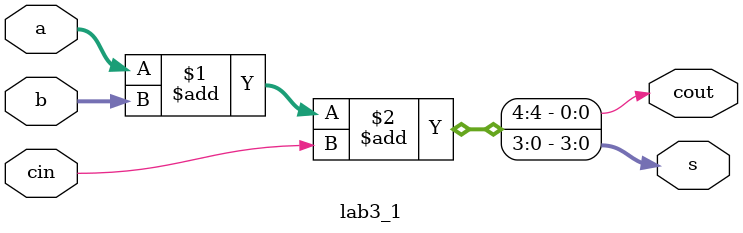
<source format=v>
`timescale 1ns / 1ps


module lab3_1(
    a, b, cin, s, cout
    );
    input wire [3:0]a;
    input wire [3:0]b;
    input wire [0:0]cin;
    output wire [3:0]s;
    output wire [0:0]cout;
        assign {cout,s} = a + b + cin;
endmodule

</source>
